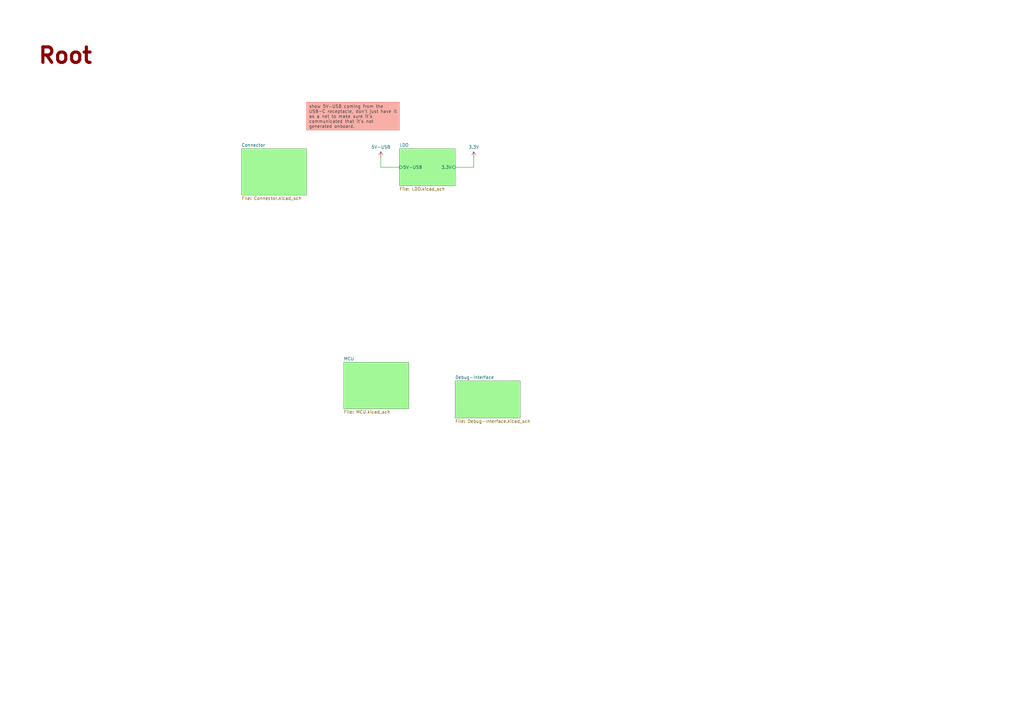
<source format=kicad_sch>
(kicad_sch (version 20250114) (generator "eeschema") (generator_version "9.0")
  (paper "A3")
  (lib_symbols
    (symbol "power:VCC" (power) (pin_numbers (hide yes)) (pin_names (offset 0) (hide yes))
      (property "Value" "VCC" (at 0 3.556 0))
      (symbol "VCC_0_1"
        (polyline (pts (xy -0.762 1.27) (xy 0 2.54)))
        (polyline (pts (xy 0 2.54) (xy 0.762 1.27)))
        (polyline (pts (xy 0 0) (xy 0 2.54)))
      )
      (symbol "VCC_1_1"
        (pin power_in line (at 0 0 90) (length 0) (name "~") (number "1"))
      )
    )
  )
  (text "Root" (at 15.24 26.67 0) (effects (font (size 6.35 6.35) (thickness 1.27) (bold yes)) (justify left bottom)))
  (text_box "show 5V-USB coming from the USB-C receptacle, don't just have it as a net to make sure it's communicated that it's not generated onboard." (at 125.73 41.91 0) (size 38.1 11.43) (margins 0.9525 0.9525 0.9525 0.9525) (stroke (width 0) (color 251 93 84 1)) (fill (type color) (color 248 175 168 1)) (effects (font (size 1.27 1.27)) (justify left top)))
  (wire (pts (xy 186.69 68.58) (xy 194.31 68.58)))
  (wire (pts (xy 156.21 68.58) (xy 163.83 68.58)))
  (wire (pts (xy 156.21 64.77) (xy 156.21 68.58)))
  (wire (pts (xy 194.31 68.58) (xy 194.31 64.77)))
  (symbol (lib_id "power:VCC") (at 156.21 64.77 0) (mirror y) (unit 1)
    (property "Reference" "#PWR09" (effects (hide yes)))
    (property "Value" "5V-USB" (at 156.21 60.325 0))
    (property "Description" "Power symbol creates a global label with name \"VCC\"" (effects (hide yes)))
  )
  (symbol (lib_id "power:VCC") (at 194.31 64.77 0) (mirror y) (unit 1)
    (property "Reference" "#PWR02" (effects (hide yes)))
    (property "Value" "3.3V" (at 194.31 60.325 0))
    (property "Description" "Power symbol creates a global label with name \"VCC\"" (effects (hide yes)))
  )
  (sheet (at 99.06 60.96) (size 26.67 19.05) (stroke (width 0.1524) (color 91 140 85 1)) (fill (color 162 248 151 1.0000))
    (property "Sheetname" "Connector" (at 99.06 60.2484 0) (effects (justify left bottom)))
    (property "Sheetfile" "Connector.kicad_sch" (at 99.06 80.5946 0) (effects (justify left top)))
  )
  (sheet (at 186.69 156.21) (size 26.67 15.24) (stroke (width 0.1524) (color 91 140 85 1)) (fill (color 162 248 151 1.0000))
    (property "Sheetname" "Debug-Interface" (at 186.69 155.4984 0) (effects (justify left bottom)))
    (property "Sheetfile" "Debug-Interface.kicad_sch" (at 186.69 172.0346 0) (effects (justify left top)))
  )
  (sheet (at 140.97 148.59) (size 26.67 19.05) (stroke (width 0.1524) (color 91 140 85 1)) (fill (color 162 248 151 1.0000))
    (property "Sheetname" "MCU" (at 140.97 147.8784 0) (effects (justify left bottom)))
    (property "Sheetfile" "MCU.kicad_sch" (at 140.97 168.2246 0) (effects (justify left top)))
  )
  (sheet (at 163.83 60.96) (size 22.86 15.24) (stroke (width 0.1524) (color 91 140 85 1)) (fill (color 162 248 151 1.0000))
    (property "Sheetname" "LDO" (at 163.83 60.2484 0) (effects (justify left bottom)))
    (property "Sheetfile" "LDO.kicad_sch" (at 163.83 76.7846 0) (effects (justify left top)))
    (pin "3.3V" input (at 186.69 68.58 0))
    (pin "5V-USB" input (at 163.83 68.58 180))
  )
)
</source>
